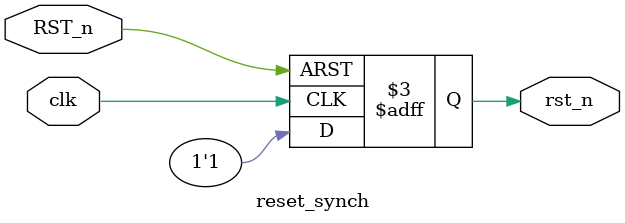
<source format=sv>
module reset_synch (
  input logic clk,
  input logic RST_n,
  output logic rst_n
);

    // Synchronous reset
    always_ff @(negedge clk or negedge RST_n)
        if (!RST_n)
        rst_n <= 0;
        else
        rst_n <= 1;

endmodule

</source>
